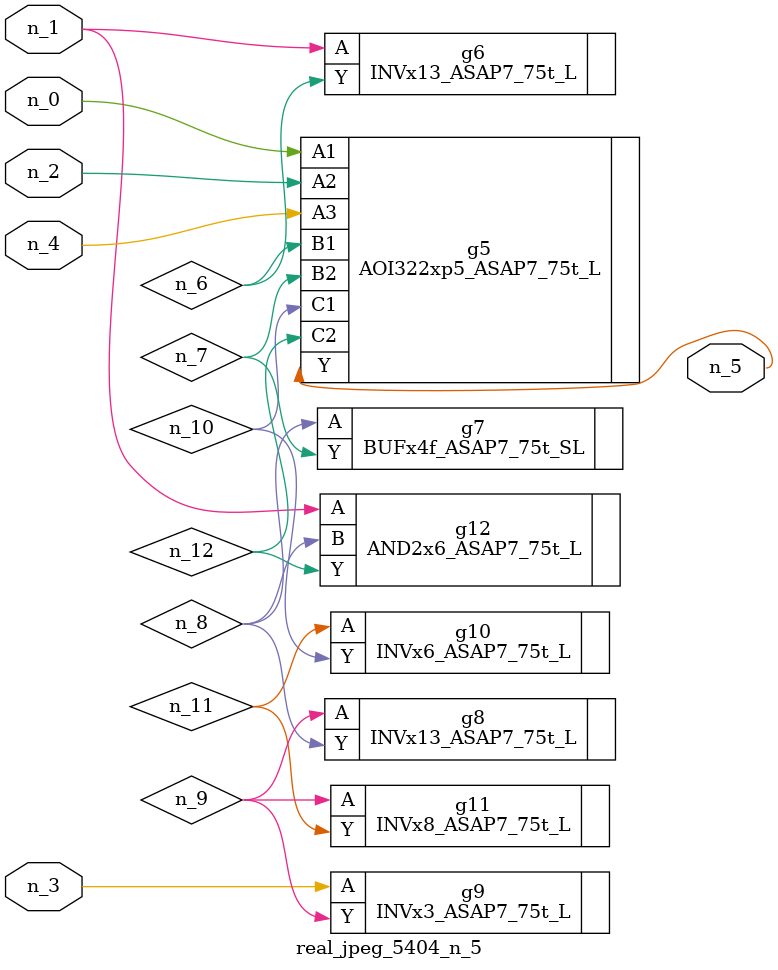
<source format=v>
module real_jpeg_5404_n_5 (n_4, n_0, n_1, n_2, n_3, n_5);

input n_4;
input n_0;
input n_1;
input n_2;
input n_3;

output n_5;

wire n_12;
wire n_8;
wire n_11;
wire n_6;
wire n_7;
wire n_10;
wire n_9;

AOI322xp5_ASAP7_75t_L g5 ( 
.A1(n_0),
.A2(n_2),
.A3(n_4),
.B1(n_6),
.B2(n_7),
.C1(n_10),
.C2(n_12),
.Y(n_5)
);

INVx13_ASAP7_75t_L g6 ( 
.A(n_1),
.Y(n_6)
);

AND2x6_ASAP7_75t_L g12 ( 
.A(n_1),
.B(n_8),
.Y(n_12)
);

INVx3_ASAP7_75t_L g9 ( 
.A(n_3),
.Y(n_9)
);

BUFx4f_ASAP7_75t_SL g7 ( 
.A(n_8),
.Y(n_7)
);

INVx13_ASAP7_75t_L g8 ( 
.A(n_9),
.Y(n_8)
);

INVx8_ASAP7_75t_L g11 ( 
.A(n_9),
.Y(n_11)
);

INVx6_ASAP7_75t_L g10 ( 
.A(n_11),
.Y(n_10)
);


endmodule
</source>
